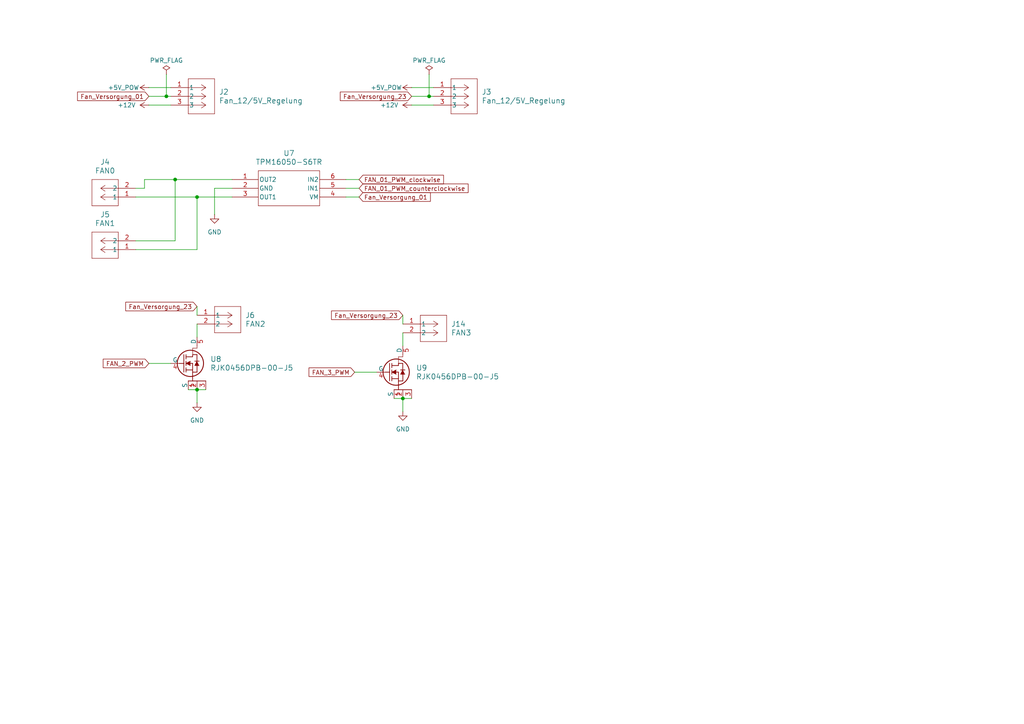
<source format=kicad_sch>
(kicad_sch (version 20231120) (generator "eeschema") (generator_version "8.0")
  (paper "A4")
  (lib_symbols
    (symbol "Imported_Component_Symbols:FTS-103-01-F-S" (pin_names (offset 0.254))
      (property "Reference" "J" (at 8.89 6.35 0))
      (property "Value" "FTS-103-01-F-S" (at -1.27 12.954 0))
      (symbol "FTS-103-01-F-S_1_1"
        (polyline (pts (xy 5.08 -7.62) (xy 12.7 -7.62)) (stroke (width 0.127)))
        (polyline (pts (xy 5.08 2.54) (xy 5.08 -7.62)) (stroke (width 0.127)))
        (polyline (pts (xy 10.16 -5.08) (xy 5.08 -5.08)) (stroke (width 0.127)))
        (polyline (pts (xy 10.16 -5.08) (xy 8.89 -5.9267)) (stroke (width 0.127)))
        (polyline (pts (xy 10.16 -5.08) (xy 8.89 -4.2333)) (stroke (width 0.127)))
        (polyline (pts (xy 10.16 -2.54) (xy 5.08 -2.54)) (stroke (width 0.127)))
        (polyline (pts (xy 10.16 -2.54) (xy 8.89 -3.3867)) (stroke (width 0.127)))
        (polyline (pts (xy 10.16 -2.54) (xy 8.89 -1.6933)) (stroke (width 0.127)))
        (polyline (pts (xy 10.16 0) (xy 5.08 0)) (stroke (width 0.127)))
        (polyline (pts (xy 10.16 0) (xy 8.89 -0.8467)) (stroke (width 0.127)))
        (polyline (pts (xy 10.16 0) (xy 8.89 0.8467)) (stroke (width 0.127)))
        (polyline (pts (xy 12.7 -7.62) (xy 12.7 2.54)) (stroke (width 0.127)))
        (polyline (pts (xy 12.7 2.54) (xy 5.08 2.54)) (stroke (width 0.127)))
        (pin unspecified line (at 0 0 0) (length 5.08) (name "1") (number "1"))
        (pin unspecified line (at 0 -2.54 0) (length 5.08) (name "2") (number "2"))
        (pin unspecified line (at 0 -5.08 0) (length 5.08) (name "3") (number "3"))
      )
      (symbol "FTS-103-01-F-S_1_2"
        (polyline (pts (xy 5.08 -7.62) (xy 12.7 -7.62)) (stroke (width 0.127)))
        (polyline (pts (xy 5.08 2.54) (xy 5.08 -7.62)) (stroke (width 0.127)))
        (polyline (pts (xy 7.62 -5.08) (xy 5.08 -5.08)) (stroke (width 0.127)))
        (polyline (pts (xy 7.62 -5.08) (xy 8.89 -5.9267)) (stroke (width 0.127)))
        (polyline (pts (xy 7.62 -5.08) (xy 8.89 -4.2333)) (stroke (width 0.127)))
        (polyline (pts (xy 7.62 -2.54) (xy 5.08 -2.54)) (stroke (width 0.127)))
        (polyline (pts (xy 7.62 -2.54) (xy 8.89 -3.3867)) (stroke (width 0.127)))
        (polyline (pts (xy 7.62 -2.54) (xy 8.89 -1.6933)) (stroke (width 0.127)))
        (polyline (pts (xy 7.62 0) (xy 5.08 0)) (stroke (width 0.127)))
        (polyline (pts (xy 7.62 0) (xy 8.89 -0.8467)) (stroke (width 0.127)))
        (polyline (pts (xy 7.62 0) (xy 8.89 0.8467)) (stroke (width 0.127)))
        (polyline (pts (xy 12.7 -7.62) (xy 12.7 2.54)) (stroke (width 0.127)))
        (polyline (pts (xy 12.7 2.54) (xy 5.08 2.54)) (stroke (width 0.127)))
        (pin unspecified line (at 0 0 0) (length 5.08) (name "1") (number "1"))
        (pin unspecified line (at 0 -2.54 0) (length 5.08) (name "2") (number "2"))
        (pin unspecified line (at 0 -5.08 0) (length 5.08) (name "3") (number "3"))
      )
    )
    (symbol "Imported_Component_Symbols:RJK0456DPB-00-J5" (pin_names (offset 0))
      (property "Reference" "U" (at 10.16 1.27 0))
      (property "Value" "RJK0456DPB-00-J5" (at 21.844 4.826 0))
      (symbol "RJK0456DPB-00-J5_0_1"
        (polyline (pts (xy 2.54 0) (xy 3.81 0)) (stroke (width 0.2032)))
        (polyline (pts (xy 3.7863 -2.5206) (xy 3.7863 2.5594)) (stroke (width 0.2032)))
        (polyline (pts (xy 4.4213 -2.5206) (xy 4.4213 -1.2506)) (stroke (width 0.2032)))
        (polyline (pts (xy 4.4213 -1.8856) (xy 6.3263 -1.8856)) (stroke (width 0.2032)))
        (polyline (pts (xy 4.4213 -0.6156) (xy 4.4213 0.6544)) (stroke (width 0.2032)))
        (polyline (pts (xy 4.4213 1.2894) (xy 4.4213 2.5594)) (stroke (width 0.2032)))
        (polyline (pts (xy 4.4213 1.9244) (xy 6.3263 1.9244)) (stroke (width 0.2032)))
        (polyline (pts (xy 5.08 -5.08) (xy 10.16 -5.08)) (stroke (width 0.2032)))
        (polyline (pts (xy 5.6913 0.0194) (xy 6.3263 0.0194)) (stroke (width 0.2032)))
        (polyline (pts (xy 6.3495 1.9603) (xy 6.35 2.54)) (stroke (width 0.2032)))
        (polyline (pts (xy 6.35 -5.08) (xy 6.35 0)) (stroke (width 0.2032)))
        (polyline (pts (xy 6.35 -2.54) (xy 7.62 -2.54)) (stroke (width 0.2032)))
        (polyline (pts (xy 6.35 4.445) (xy 6.3818 2.557)) (stroke (width 0.127)))
        (polyline (pts (xy 6.3818 2.557) (xy 7.5963 2.5594)) (stroke (width 0.2032)))
        (polyline (pts (xy 7.5963 0.6544) (xy 7.5963 2.5594)) (stroke (width 0.2032)))
        (polyline (pts (xy 7.62 -2.54) (xy 7.62 0)) (stroke (width 0.2032)))
        (polyline (pts (xy 7.62 4.445) (xy 6.35 4.445)) (stroke (width 0.127)))
        (polyline (pts (xy 7.62 5.08) (xy 7.62 4.445)) (stroke (width 0.127)))
        (polyline (pts (xy 8.2313 0.6544) (xy 6.9613 0.6544)) (stroke (width 0.2032)))
        (polyline (pts (xy 5.6913 0.6544) (xy 4.4213 0.0194) (xy 5.6913 -0.6156)) (fill (type outline)))
        (polyline (pts (xy 8.2313 -0.6156) (xy 6.9613 -0.6156) (xy 7.5963 0.6544)) (fill (type outline)))
        (circle (center 5.6913 0.0194) (radius 3.81) (stroke (width 0.254)))
      )
      (symbol "RJK0456DPB-00-J5_1_1"
        (pin passive line (at 5.08 -7.62 90) (length 2.54) (name "S") (number "1"))
        (pin passive line (at 7.62 -7.62 90) (length 2.54) (name "") (number "2"))
        (pin passive line (at 10.16 -7.62 90) (length 2.54) (name "") (number "3"))
        (pin input line (at 0 0 0) (length 2.54) (name "G") (number "4"))
        (pin passive line (at 7.62 7.62 270) (length 2.54) (name "D") (number "5"))
      )
    )
    (symbol "Imported_Component_Symbols:S2B-XH-A-1LFSN" (pin_names (offset 0.254))
      (property "Reference" "J" (at 8.89 6.35 0))
      (property "Value" "S2B-XH-A-1LFSN" (at 7.874 4.064 0))
      (symbol "S2B-XH-A-1LFSN_1_1"
        (polyline (pts (xy 5.08 -5.08) (xy 12.7 -5.08)) (stroke (width 0.127)))
        (polyline (pts (xy 5.08 2.54) (xy 5.08 -5.08)) (stroke (width 0.127)))
        (polyline (pts (xy 10.16 -2.54) (xy 5.08 -2.54)) (stroke (width 0.127)))
        (polyline (pts (xy 10.16 -2.54) (xy 8.89 -3.3867)) (stroke (width 0.127)))
        (polyline (pts (xy 10.16 -2.54) (xy 8.89 -1.6933)) (stroke (width 0.127)))
        (polyline (pts (xy 10.16 0) (xy 5.08 0)) (stroke (width 0.127)))
        (polyline (pts (xy 10.16 0) (xy 8.89 -0.8467)) (stroke (width 0.127)))
        (polyline (pts (xy 10.16 0) (xy 8.89 0.8467)) (stroke (width 0.127)))
        (polyline (pts (xy 12.7 -5.08) (xy 12.7 2.54)) (stroke (width 0.127)))
        (polyline (pts (xy 12.7 2.54) (xy 5.08 2.54)) (stroke (width 0.127)))
        (pin passive line (at 0 0 0) (length 5.08) (name "1") (number "1"))
        (pin passive line (at 0 -2.54 0) (length 5.08) (name "2") (number "2"))
      )
      (symbol "S2B-XH-A-1LFSN_1_2"
        (polyline (pts (xy 5.08 -5.08) (xy 12.7 -5.08)) (stroke (width 0.127)))
        (polyline (pts (xy 5.08 2.54) (xy 5.08 -5.08)) (stroke (width 0.127)))
        (polyline (pts (xy 7.62 -2.54) (xy 5.08 -2.54)) (stroke (width 0.127)))
        (polyline (pts (xy 7.62 -2.54) (xy 8.89 -3.3867)) (stroke (width 0.127)))
        (polyline (pts (xy 7.62 -2.54) (xy 8.89 -1.6933)) (stroke (width 0.127)))
        (polyline (pts (xy 7.62 0) (xy 5.08 0)) (stroke (width 0.127)))
        (polyline (pts (xy 7.62 0) (xy 8.89 -0.8467)) (stroke (width 0.127)))
        (polyline (pts (xy 7.62 0) (xy 8.89 0.8467)) (stroke (width 0.127)))
        (polyline (pts (xy 12.7 -5.08) (xy 12.7 2.54)) (stroke (width 0.127)))
        (polyline (pts (xy 12.7 2.54) (xy 5.08 2.54)) (stroke (width 0.127)))
        (pin unspecified line (at 0 0 0) (length 5.08) (name "1") (number "1"))
        (pin unspecified line (at 0 -2.54 0) (length 5.08) (name "2") (number "2"))
      )
    )
    (symbol "Imported_Component_Symbols:TPM16050-S6TR" (pin_names (offset 0.254))
      (property "Reference" "U" (at 0 7.366 0))
      (property "Value" "TPM16050-S6TR" (at 0 4.826 0))
      (symbol "TPM16050-S6TR_0_1"
        (polyline (pts (xy -8.89 -7.62) (xy 8.89 -7.62)) (stroke (width 0.127)))
        (polyline (pts (xy -8.89 2.54) (xy -8.89 -7.62)) (stroke (width 0.127)))
        (polyline (pts (xy 8.89 -7.62) (xy 8.89 2.54)) (stroke (width 0.127)))
        (polyline (pts (xy 8.89 2.54) (xy -8.89 2.54)) (stroke (width 0.127)))
        (pin output line (at -16.51 0 0) (length 7.62) (name "OUT2") (number "1"))
        (pin power_out line (at -16.51 -2.54 0) (length 7.62) (name "GND") (number "2"))
        (pin output line (at -16.51 -5.08 0) (length 7.62) (name "OUT1") (number "3"))
        (pin power_in line (at 16.51 -5.08 180) (length 7.62) (name "VM") (number "4"))
        (pin input line (at 16.51 -2.54 180) (length 7.62) (name "IN1") (number "5"))
        (pin input line (at 16.51 0 180) (length 7.62) (name "IN2") (number "6"))
      )
    )
    (symbol "power:+12V" (power) (pin_numbers hide) (pin_names (offset 0) hide)
      (property "Value" "+12V" (at 0 3.556 0))
      (symbol "+12V_0_1"
        (polyline (pts (xy -0.762 1.27) (xy 0 2.54)))
        (polyline (pts (xy 0 0) (xy 0 2.54)))
        (polyline (pts (xy 0 2.54) (xy 0.762 1.27)))
      )
      (symbol "+12V_1_1"
        (pin power_in line (at 0 0 90) (length 0) (name "~") (number "1"))
      )
    )
    (symbol "power:+5VP" (power) (pin_numbers hide) (pin_names (offset 0) hide)
      (property "Value" "+5VP" (at 0 3.556 0))
      (symbol "+5VP_0_1"
        (polyline (pts (xy -0.762 1.27) (xy 0 2.54)))
        (polyline (pts (xy 0 0) (xy 0 2.54)))
        (polyline (pts (xy 0 2.54) (xy 0.762 1.27)))
      )
      (symbol "+5VP_1_1"
        (pin power_in line (at 0 0 90) (length 0) (name "~") (number "1"))
      )
    )
    (symbol "power:GND" (power) (pin_numbers hide) (pin_names (offset 0) hide)
      (property "Value" "GND" (at 0 -3.81 0))
      (symbol "GND_0_1"
        (polyline (pts (xy 0 0) (xy 0 -1.27) (xy 1.27 -1.27) (xy 0 -2.54) (xy -1.27 -1.27) (xy 0 -1.27)))
      )
      (symbol "GND_1_1"
        (pin power_in line (at 0 0 270) (length 0) (name "~") (number "1"))
      )
    )
    (symbol "power:PWR_FLAG" (power) (pin_numbers hide) (pin_names (offset 0) hide)
      (property "Value" "PWR_FLAG" (at 0 3.81 0))
      (symbol "PWR_FLAG_0_0"
        (pin power_out line (at 0 0 90) (length 0) (name "~") (number "1"))
      )
      (symbol "PWR_FLAG_0_1"
        (polyline (pts (xy 0 0) (xy 0 1.27) (xy -1.016 1.905) (xy 0 2.54) (xy 1.016 1.905) (xy 0 1.27)))
      )
    )
  )
  (junction (at 57.15 57.15))
  (junction (at 48.26 27.94))
  (junction (at 50.8 52.07))
  (junction (at 124.46 27.94))
  (junction (at 57.15 113.03))
  (junction (at 116.84 115.57))
  (wire (pts (xy 62.23 54.61) (xy 62.23 62.23)))
  (wire (pts (xy 57.15 113.03) (xy 57.15 116.84)))
  (wire (pts (xy 100.33 52.07) (xy 104.14 52.07)))
  (wire (pts (xy 43.18 105.41) (xy 49.53 105.41)))
  (wire (pts (xy 114.3 115.57) (xy 116.84 115.57)))
  (wire (pts (xy 48.26 21.59) (xy 48.26 27.94)))
  (wire (pts (xy 57.15 113.03) (xy 59.69 113.03)))
  (wire (pts (xy 39.37 54.61) (xy 41.91 54.61)))
  (wire (pts (xy 67.31 54.61) (xy 62.23 54.61)))
  (wire (pts (xy 43.18 30.48) (xy 49.53 30.48)))
  (wire (pts (xy 100.33 54.61) (xy 104.14 54.61)))
  (wire (pts (xy 57.15 93.98) (xy 57.15 97.79)))
  (wire (pts (xy 41.91 52.07) (xy 50.8 52.07)))
  (wire (pts (xy 119.38 30.48) (xy 125.73 30.48)))
  (wire (pts (xy 50.8 69.85) (xy 50.8 52.07)))
  (wire (pts (xy 119.38 25.4) (xy 125.73 25.4)))
  (wire (pts (xy 124.46 21.59) (xy 124.46 27.94)))
  (wire (pts (xy 119.38 27.94) (xy 124.46 27.94)))
  (wire (pts (xy 54.61 113.03) (xy 57.15 113.03)))
  (wire (pts (xy 43.18 27.94) (xy 48.26 27.94)))
  (wire (pts (xy 102.87 107.95) (xy 109.22 107.95)))
  (wire (pts (xy 43.18 25.4) (xy 49.53 25.4)))
  (wire (pts (xy 48.26 27.94) (xy 49.53 27.94)))
  (wire (pts (xy 39.37 57.15) (xy 57.15 57.15)))
  (wire (pts (xy 100.33 57.15) (xy 104.14 57.15)))
  (wire (pts (xy 116.84 115.57) (xy 116.84 119.38)))
  (wire (pts (xy 57.15 57.15) (xy 67.31 57.15)))
  (wire (pts (xy 116.84 91.44) (xy 116.84 93.98)))
  (wire (pts (xy 116.84 115.57) (xy 119.38 115.57)))
  (wire (pts (xy 124.46 27.94) (xy 125.73 27.94)))
  (wire (pts (xy 57.15 88.9) (xy 57.15 91.44)))
  (wire (pts (xy 41.91 54.61) (xy 41.91 52.07)))
  (wire (pts (xy 39.37 72.39) (xy 57.15 72.39)))
  (wire (pts (xy 57.15 57.15) (xy 57.15 72.39)))
  (wire (pts (xy 50.8 52.07) (xy 67.31 52.07)))
  (wire (pts (xy 39.37 69.85) (xy 50.8 69.85)))
  (wire (pts (xy 116.84 96.52) (xy 116.84 100.33)))
  (global_label "FAN_3_PWM" (shape input) (at 102.87 107.95 180) (property "Intersheetrefs" "${INTERSHEET_REFS}" (effects (hide yes))))
  (global_label "Fan_Versorgung_23" (shape input) (at 57.15 88.9 180) (property "Intersheetrefs" "${INTERSHEET_REFS}" (effects (hide yes))))
  (global_label "Fan_Versorgung_01" (shape input) (at 43.18 27.94 180) (property "Intersheetrefs" "${INTERSHEET_REFS}" (effects (hide yes))))
  (global_label "Fan_Versorgung_01" (shape input) (at 104.14 57.15 0) (property "Intersheetrefs" "${INTERSHEET_REFS}" (effects (hide yes))))
  (global_label "FAN_01_PWM_clockwise" (shape input) (at 104.14 52.07 0) (property "Intersheetrefs" "${INTERSHEET_REFS}" (effects (hide yes))))
  (global_label "FAN_01_PWM_counterclockwise" (shape input) (at 104.14 54.61 0) (property "Intersheetrefs" "${INTERSHEET_REFS}" (effects (hide yes))))
  (global_label "FAN_2_PWM" (shape input) (at 43.18 105.41 180) (property "Intersheetrefs" "${INTERSHEET_REFS}" (effects (hide yes))))
  (global_label "Fan_Versorgung_23" (shape input) (at 119.38 27.94 180) (property "Intersheetrefs" "${INTERSHEET_REFS}" (effects (hide yes))))
  (global_label "Fan_Versorgung_23" (shape input) (at 116.84 91.44 180) (property "Intersheetrefs" "${INTERSHEET_REFS}" (effects (hide yes))))
  (symbol (lib_id "Imported_Component_Symbols:TPM16050-S6TR") (at 83.82 52.07 0) (unit 1)
    (property "Reference" "U7" (at 83.82 44.45 0) (effects (font (size 1.524 1.524))))
    (property "Value" "TPM16050-S6TR" (at 83.82 46.99 0) (effects (font (size 1.524 1.524))))
    (property "Footprint" "Imported_Component_Footprints:TPM16050_S6TR" (effects (hide yes)))
    (property "Datasheet" "TPM16050-S6TR" (effects (hide yes)))
  )
  (symbol (lib_id "Imported_Component_Symbols:FTS-103-01-F-S") (at 125.73 25.4 0) (unit 1)
    (property "Reference" "J3" (at 139.7 26.6699 0) (effects (font (size 1.524 1.524)) (justify left)))
    (property "Value" "Fan_12/5V_Regelung" (at 139.7 29.2099 0) (effects (font (size 1.524 1.524)) (justify left)))
    (property "Footprint" "Imported_Component_Footprints:FTS_103_01_F_S" (effects (hide yes)))
    (property "Datasheet" "FTS-103-01-F-S" (effects (hide yes)))
  )
  (symbol (lib_id "power:+5VP") (at 43.18 25.4 90) (mirror x) (unit 1)
    (property "Reference" "#PWR034" (effects (hide yes)))
    (property "Value" "+5V_POW" (at 35.814 25.4 90))
    (property "Description" "Power symbol creates a global label with name \"+5VP\"" (effects (hide yes)))
  )
  (symbol (lib_id "Imported_Component_Symbols:RJK0456DPB-00-J5") (at 49.53 105.41 0) (unit 1)
    (property "Reference" "U8" (at 60.96 104.1589 0) (effects (font (size 1.524 1.524)) (justify left)))
    (property "Value" "RJK0456DPB-00-J5" (at 60.96 106.6989 0) (effects (font (size 1.524 1.524)) (justify left)))
    (property "Footprint" "Imported_Component_Footprints:RJK0456DPB_00_J5" (effects (hide yes)))
    (property "Datasheet" "RJK0456DPB-00-J5" (effects (hide yes)))
  )
  (symbol (lib_id "Imported_Component_Symbols:S2B-XH-A-1LFSN") (at 39.37 57.15 180) (unit 1)
    (property "Reference" "J4" (at 30.48 46.99 0) (effects (font (size 1.524 1.524))))
    (property "Value" "FAN0" (at 30.48 49.53 0) (effects (font (size 1.524 1.524))))
    (property "Footprint" "Imported_Component_Footprints:CONN_S2B-XH-A-1LFSN_JST" (effects (hide yes)))
    (property "Datasheet" "S2B-XH-A-1LFSN" (effects (hide yes)))
  )
  (symbol (lib_id "power:+12V") (at 43.18 30.48 90) (mirror x) (unit 1)
    (property "Reference" "#PWR036" (effects (hide yes)))
    (property "Value" "+12V" (at 39.37 30.4799 90) (effects (justify left)))
    (property "Description" "Power symbol creates a global label with name \"+12V\"" (effects (hide yes)))
  )
  (symbol (lib_id "Imported_Component_Symbols:S2B-XH-A-1LFSN") (at 57.15 91.44 0) (unit 1)
    (property "Reference" "J6" (at 71.12 91.4399 0) (effects (font (size 1.524 1.524)) (justify left)))
    (property "Value" "FAN2" (at 71.12 93.9799 0) (effects (font (size 1.524 1.524)) (justify left)))
    (property "Footprint" "Imported_Component_Footprints:CONN_S2B-XH-A-1LFSN_JST" (effects (hide yes)))
    (property "Datasheet" "S2B-XH-A-1LFSN" (effects (hide yes)))
  )
  (symbol (lib_id "Imported_Component_Symbols:S2B-XH-A-1LFSN") (at 39.37 72.39 180) (unit 1)
    (property "Reference" "J5" (at 30.48 62.23 0) (effects (font (size 1.524 1.524))))
    (property "Value" "FAN1" (at 30.48 64.77 0) (effects (font (size 1.524 1.524))))
    (property "Footprint" "Imported_Component_Footprints:CONN_S2B-XH-A-1LFSN_JST" (effects (hide yes)))
    (property "Datasheet" "S2B-XH-A-1LFSN" (effects (hide yes)))
  )
  (symbol (lib_id "power:PWR_FLAG") (at 48.26 21.59 0) (mirror y) (unit 1)
    (property "Reference" "#FLG07" (effects (hide yes)))
    (property "Value" "PWR_FLAG" (at 48.26 17.526 0))
    (property "Description" "Special symbol for telling ERC where power comes from" (effects (hide yes)))
  )
  (symbol (lib_id "power:+12V") (at 119.38 30.48 90) (mirror x) (unit 1)
    (property "Reference" "#PWR040" (effects (hide yes)))
    (property "Value" "+12V" (at 115.57 30.4799 90) (effects (justify left)))
    (property "Description" "Power symbol creates a global label with name \"+12V\"" (effects (hide yes)))
  )
  (symbol (lib_id "power:GND") (at 116.84 119.38 0) (unit 1)
    (property "Reference" "#PWR098" (effects (hide yes)))
    (property "Value" "GND" (at 116.84 124.46 0))
    (property "Description" "Power symbol creates a global label with name \"GND\" , ground" (effects (hide yes)))
  )
  (symbol (lib_id "power:PWR_FLAG") (at 124.46 21.59 0) (mirror y) (unit 1)
    (property "Reference" "#FLG08" (effects (hide yes)))
    (property "Value" "PWR_FLAG" (at 124.46 17.526 0))
    (property "Description" "Special symbol for telling ERC where power comes from" (effects (hide yes)))
  )
  (symbol (lib_id "power:+5VP") (at 119.38 25.4 90) (mirror x) (unit 1)
    (property "Reference" "#PWR035" (effects (hide yes)))
    (property "Value" "+5V_POW" (at 112.014 25.4 90))
    (property "Description" "Power symbol creates a global label with name \"+5VP\"" (effects (hide yes)))
  )
  (symbol (lib_id "power:GND") (at 62.23 62.23 0) (unit 1)
    (property "Reference" "#PWR041" (effects (hide yes)))
    (property "Value" "GND" (at 62.23 67.31 0))
    (property "Description" "Power symbol creates a global label with name \"GND\" , ground" (effects (hide yes)))
  )
  (symbol (lib_id "Imported_Component_Symbols:S2B-XH-A-1LFSN") (at 116.84 93.98 0) (unit 1)
    (property "Reference" "J14" (at 130.81 93.9799 0) (effects (font (size 1.524 1.524)) (justify left)))
    (property "Value" "FAN3" (at 130.81 96.5199 0) (effects (font (size 1.524 1.524)) (justify left)))
    (property "Footprint" "Imported_Component_Footprints:CONN_S2B-XH-A-1LFSN_JST" (effects (hide yes)))
    (property "Datasheet" "S2B-XH-A-1LFSN" (effects (hide yes)))
  )
  (symbol (lib_id "Imported_Component_Symbols:RJK0456DPB-00-J5") (at 109.22 107.95 0) (unit 1)
    (property "Reference" "U9" (at 120.65 106.6989 0) (effects (font (size 1.524 1.524)) (justify left)))
    (property "Value" "RJK0456DPB-00-J5" (at 120.65 109.2389 0) (effects (font (size 1.524 1.524)) (justify left)))
    (property "Footprint" "Imported_Component_Footprints:RJK0456DPB_00_J5" (effects (hide yes)))
    (property "Datasheet" "RJK0456DPB-00-J5" (effects (hide yes)))
  )
  (symbol (lib_id "power:GND") (at 57.15 116.84 0) (unit 1)
    (property "Reference" "#PWR096" (effects (hide yes)))
    (property "Value" "GND" (at 57.15 121.92 0))
    (property "Description" "Power symbol creates a global label with name \"GND\" , ground" (effects (hide yes)))
  )
  (symbol (lib_id "Imported_Component_Symbols:FTS-103-01-F-S") (at 49.53 25.4 0) (unit 1)
    (property "Reference" "J2" (at 63.5 26.6699 0) (effects (font (size 1.524 1.524)) (justify left)))
    (property "Value" "Fan_12/5V_Regelung" (at 63.5 29.2099 0) (effects (font (size 1.524 1.524)) (justify left)))
    (property "Footprint" "Imported_Component_Footprints:FTS_103_01_F_S" (effects (hide yes)))
    (property "Datasheet" "FTS-103-01-F-S" (effects (hide yes)))
  )
)
</source>
